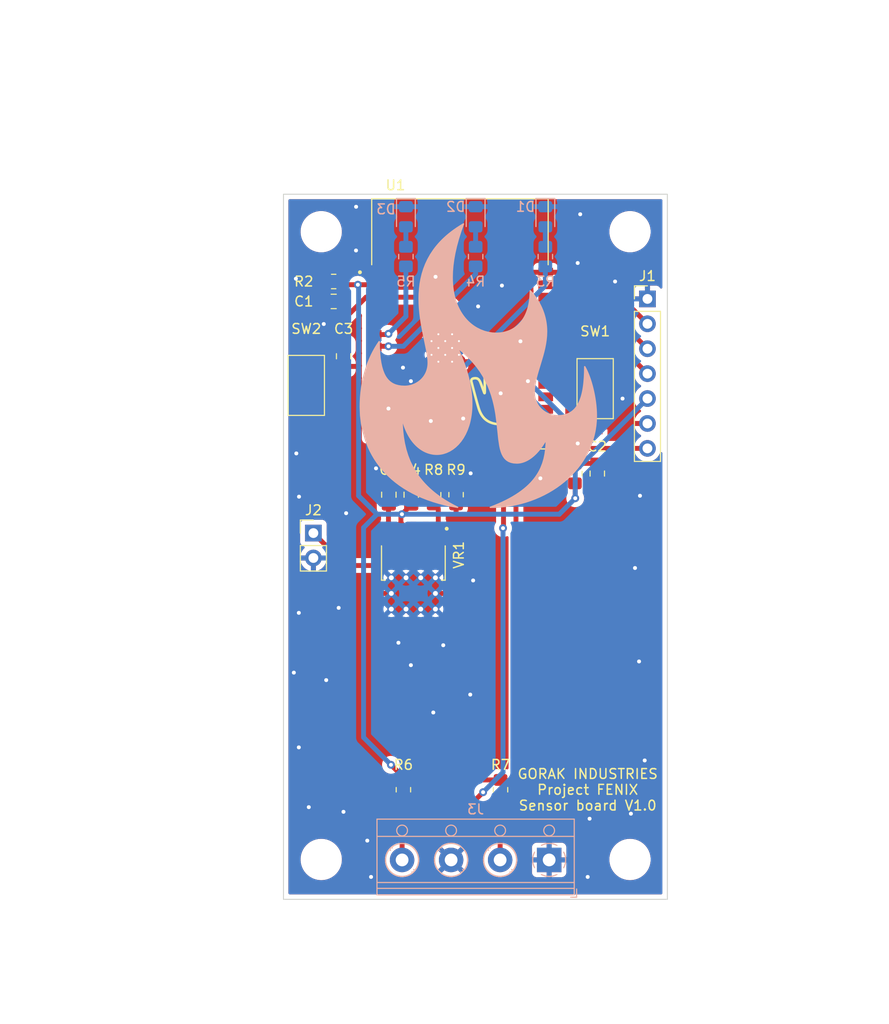
<source format=kicad_pcb>
(kicad_pcb (version 20211014) (generator pcbnew)
  (layers (0 "F.Cu" signal) (31 "B.Cu" signal) (34 "B.Paste" user) (35 "F.Paste" user) (36 "B.SilkS" user "B.Silkscreen") (37 "F.SilkS" user "F.Silkscreen") (38 "B.Mask" user) (39 "F.Mask" user) (44 "Edge.Cuts" user))
  (net 0 "")
  (net 1 "+3.3V")
  (net 2 "GND")
  (net 3 "IO0")
  (net 4 "EN")
  (net 5 "Net-(C5-Pad1)")
  (net 6 "Net-(D1-Pad2)")
  (net 7 "Net-(D2-Pad2)")
  (net 8 "Net-(D3-Pad2)")
  (net 9 "TX0")
  (net 10 "RX0")
  (net 11 "VIN")
  (net 12 "S2")
  (net 13 "S1")
  (net 14 "LED1")
  (net 15 "LED2")
  (net 16 "LED3")
  (net 17 "BATT")
  (footprint "Resistor_SMD:R_0805_2012Metric_Pad1.20x1.40mm_HandSolder" (layer "F.Cu") (at 99.6055 111.144 -90)
    (fp_text reference "R9")
    (fp_text value "15k")
  )
  (footprint "Connector_PinHeader_2.54mm:PinHeader_1x02_P2.54mm_Vertical" (layer "F.Cu") (at 85.0525 115.057)
    (fp_text reference "J2")
    (fp_text value "JST-XH")
  )
  (footprint "Capacitor_SMD:C_0805_2012Metric_Pad1.18x1.45mm_HandSolder" (layer "F.Cu") (at 114.01 108.9875 -90)
    (fp_text reference "C2")
    (fp_text value "470nF")
  )
  (footprint "Resistor_SMD:R_0805_2012Metric_Pad1.20x1.40mm_HandSolder" (layer "F.Cu") (at 87.122 89.408 180)
    (fp_text reference "R2")
    (fp_text value "10k")
  )
  (footprint "esp32S3:XCVR_ESP32-S3-WROOM-1-N16R2" (layer "F.Cu") (at 100 93.726)
    (fp_text reference "U1")
    (fp_text value "ESP32-S3-WROOM-1-N16R2")
  )
  (footprint "Resistor_SMD:R_0805_2012Metric_Pad1.20x1.40mm_HandSolder" (layer "F.Cu") (at 111.724 108.9875 90)
    (fp_text reference "R1")
    (fp_text value "10k")
  )
  (footprint "Capacitor_SMD:C_0805_2012Metric_Pad1.18x1.45mm_HandSolder" (layer "F.Cu") (at 95.0335 111.144 90)
    (fp_text reference "C4")
    (fp_text value "1uF")
  )
  (footprint "MountingHole:MountingHole_3.2mm_M3" (layer "F.Cu") (at 85.852 148.336)
    (fp_text reference "REF**" hide)
    (fp_text value "MountingHole_3.2mm_M3")
  )
  (footprint "Button_Switch_SMD:SW_SPST_CK_RS282G05A3" (layer "F.Cu") (at 113.792 100.33 90)
    (fp_text reference "SW1")
    (fp_text value "SW_Push")
  )
  (footprint "Button_Switch_SMD:SW_SPST_CK_RS282G05A3" (layer "F.Cu") (at 84.328 100 90)
    (fp_text reference "SW2")
    (fp_text value "SW_Push")
  )
  (footprint "Resistor_SMD:R_0805_2012Metric_Pad1.20x1.40mm_HandSolder" (layer "F.Cu") (at 94.234 141.224 -90)
    (fp_text reference "R6")
    (fp_text value "10k")
  )
  (footprint "Connector_PinHeader_2.54mm:PinHeader_1x07_P2.54mm_Vertical" (layer "F.Cu") (at 119.126 91.181)
    (fp_text reference "J1")
    (fp_text value "Conn_01x07")
  )
  (footprint "MountingHole:MountingHole_3.2mm_M3" (layer "F.Cu") (at 85.852 84.328)
    (fp_text reference "REF**" hide)
    (fp_text value "MountingHole_3.2mm_M3")
  )
  (footprint "MountingHole:MountingHole_3.2mm_M3" (layer "F.Cu") (at 117.348 148.336)
    (fp_text reference "REF**" hide)
    (fp_text value "MountingHole_3.2mm_M3")
  )
  (footprint "Resistor_SMD:R_0805_2012Metric_Pad1.20x1.40mm_HandSolder" (layer "F.Cu") (at 104.14 141.224 -90)
    (fp_text reference "R7")
    (fp_text value "10k")
  )
  (footprint "MountingHole:MountingHole_3.2mm_M3" (layer "F.Cu") (at 117.348 84.328)
    (fp_text reference "REF**" hide)
    (fp_text value "MountingHole_3.2mm_M3")
  )
  (footprint "Capacitor_SMD:C_0805_2012Metric_Pad1.18x1.45mm_HandSolder" (layer "F.Cu") (at 88.138 97.028 -90)
    (fp_text reference "C3")
    (fp_text value "470nF")
  )
  (footprint "TPS79633DCQ:VREG_TPS79633DCQ" (layer "F.Cu") (at 95.25 118.11 -90)
    (fp_text reference "VR1")
    (fp_text value "TPS79633DCQ")
  )
  (footprint "Resistor_SMD:R_0805_2012Metric_Pad1.20x1.40mm_HandSolder" (layer "F.Cu") (at 97.3195 111.144 90)
    (fp_text reference "R8")
    (fp_text value "10k")
  )
  (footprint "Capacitor_SMD:C_0805_2012Metric_Pad1.18x1.45mm_HandSolder" (layer "F.Cu") (at 92.7475 111.144 90)
    (fp_text reference "C5")
    (fp_text value "10nF")
  )
  (footprint "Capacitor_SMD:C_0805_2012Metric_Pad1.18x1.45mm_HandSolder" (layer "F.Cu") (at 87.122 91.44 180)
    (fp_text reference "C1")
    (fp_text value "100nF")
  )
  (footprint "LED_SMD:LED_0805_2012Metric_Pad1.15x1.40mm_HandSolder" (layer "B.Cu") (at 101.6 82.804 -90)
    (fp_text reference "D2")
    (fp_text value "LED_Small")
  )
  (footprint "TerminalBlock_RND:TerminalBlock_RND_205-00014_1x04_P5.00mm_Horizontal" (layer "B.Cu") (at 109.1 148.382 180)
    (fp_text reference "J3")
    (fp_text value "INPUT")
  )
  (footprint "LED_SMD:LED_0805_2012Metric_Pad1.15x1.40mm_HandSolder" (layer "B.Cu") (at 94.488 82.804 -90)
    (fp_text reference "D3")
    (fp_text value "LED_Small")
  )
  (footprint "LED_SMD:LED_0805_2012Metric_Pad1.15x1.40mm_HandSolder" (layer "B.Cu") (at 108.712 82.804 -90)
    (fp_text reference "D1")
    (fp_text value "LED_Small")
  )
  (footprint "Resistor_SMD:R_0805_2012Metric_Pad1.20x1.40mm_HandSolder" (layer "B.Cu") (at 94.488 86.868 90)
    (fp_text reference "R5")
    (fp_text value "330")
  )
  (footprint "Resistor_SMD:R_0805_2012Metric_Pad1.20x1.40mm_HandSolder" (layer "B.Cu") (at 101.6 86.868 90)
    (fp_text reference "R4")
    (fp_text value "330")
  )
  (footprint "Resistor_SMD:R_0805_2012Metric_Pad1.20x1.40mm_HandSolder" (layer "B.Cu") (at 108.712 86.868 90)
    (fp_text reference "R3")
    (fp_text value "330")
  )
  (gr_poly (pts (xy 100.072993 84.328) (xy 99.83309 85.086776) (xy 99.634859 85.814297) (xy 99.476564 86.510565) (xy 99.356468 87.175578) (xy 99.272834 87.809338) (xy 99.223928 88.411844) (xy 99.208012 88.983096) (xy 99.214877 89.344914) (xy 99.235151 89.694212) (xy 99.268352 90.031058) (xy 99.314 90.355518) (xy 99.371612 90.667662) (xy 99.440707 90.967556) (xy 99.520803 91.255268) (xy 99.611418 91.530867) (xy 99.712072 91.794421) (xy 99.822283 92.045996) (xy 99.941568 92.285661) (xy 100.069447 92.513484) (xy 100.205438 92.729533) (xy 100.349059 92.933875) (xy 100.499829 93.126578) (xy 100.657266 93.30771) (xy 100.820889 93.477338) (xy 100.990216 93.635532) (xy 101.164766 93.782358) (xy 101.344056 93.917884) (xy 101.527606 94.042178) (xy 101.714934 94.155309) (xy 102.098997 94.348349) (xy 102.492393 94.497546) (xy 102.891269 94.603444) (xy 103.291773 94.666585) (xy 103.690053 94.687511) (xy 104.009953 94.674245) (xy 104.169707 94.657387) (xy 104.328877 94.633468) (xy 104.487124 94.602306) (xy 104.644111 94.563716) (xy 104.799496 94.517517) (xy 104.952942 94.463525) (xy 105.104109 94.401556) (xy 105.252657 94.331428) (xy 105.398249 94.252958) (xy 105.540544 94.165962) (xy 105.679204 94.070257) (xy 105.813889 93.96566) (xy 105.944261 93.851988) (xy 106.06998 93.729058) (xy 106.190707 93.596687) (xy 106.306102 93.454691) (xy 106.415828 93.302888) (xy 106.519544 93.141094) (xy 106.616912 92.969126) (xy 106.707592 92.786802) (xy 106.791246 92.593937) (xy 106.867533 92.390349) (xy 106.936116 92.175855) (xy 106.996655 91.950271) (xy 107.04881 91.713415) (xy 107.092243 91.465103) (xy 107.126615 91.205153) (xy 107.151586 90.93338) (xy 107.166817 90.649602) (xy 107.17197 90.353636) (xy 107.379922 90.591902) (xy 107.573279 90.834237) (xy 107.752202 91.080371) (xy 107.916855 91.330031) (xy 108.0674 91.582948) (xy 108.204 91.838848) (xy 108.326818 92.097461) (xy 108.436017 92.358516) (xy 108.531759 92.621742) (xy 108.614207 92.886867) (xy 108.683525 93.153619) (xy 108.739874 93.421728) (xy 108.783418 93.690922) (xy 108.814319 93.96093) (xy 108.832741 94.231481) (xy 108.838845 94.502303) (xy 108.824701 94.929892) (xy 108.784729 95.351513) (xy 108.722619 95.767273) (xy 108.642061 96.177281) (xy 108.546744 96.581647) (xy 108.440357 96.980478) (xy 108.209136 97.76197) (xy 107.977915 98.522627) (xy 107.871529 98.895413) (xy 107.776211 99.263315) (xy 107.695653 99.626443) (xy 107.633543 99.984904) (xy 107.593571 100.338808) (xy 107.579427 100.688262) (xy 107.58297 100.828788) (xy 107.593445 100.965577) (xy 107.61062 101.098581) (xy 107.634267 101.227753) (xy 107.664153 101.353046) (xy 107.700048 101.474411) (xy 107.741722 101.591802) (xy 107.788944 101.705171) (xy 107.841484 101.814471) (xy 107.899111 101.919653) (xy 107.961594 102.020671) (xy 108.028702 102.117477) (xy 108.100206 102.210023) (xy 108.175874 102.298263) (xy 108.255476 102.382148) (xy 108.338782 102.461631) (xy 108.42556 102.536665) (xy 108.51558 102.607203) (xy 108.608611 102.673196) (xy 108.704424 102.734597) (xy 108.802786 102.791359) (xy 108.903468 102.843434) (xy 109.00624 102.890775) (xy 109.110869 102.933334) (xy 109.217127 102.971064) (xy 109.324781 103.003917) (xy 109.433603 103.031847) (xy 109.54336 103.054805) (xy 109.653823 103.072743) (xy 109.76476 103.085615) (xy 109.875942 103.093373) (xy 109.987137 103.09597) (xy 110.180763 103.090456) (xy 110.365864 103.073995) (xy 110.542595 103.046709) (xy 110.711113 103.00872) (xy 110.871573 102.96015) (xy 111.024131 102.901122) (xy 111.168944 102.831757) (xy 111.306167 102.752177) (xy 111.435956 102.662505) (xy 111.558468 102.562863) (xy 111.673858 102.453373) (xy 111.782282 102.334156) (xy 111.883897 102.205336) (xy 111.978858 102.067033) (xy 112.067322 101.919371) (xy 112.149443 101.76247) (xy 112.22538 101.596454) (xy 112.295286 101.421445) (xy 112.359319 101.237563) (xy 112.417634 101.044933) (xy 112.470387 100.843675) (xy 112.517735 100.633911) (xy 112.559833 100.415765) (xy 112.596837 100.189357) (xy 112.628904 99.95481) (xy 112.656189 99.712247) (xy 112.697038 99.203557) (xy 112.720632 98.664264) (xy 112.72822 98.095346) (xy 112.845304 98.308588) (xy 112.959947 98.544187) (xy 113.071443 98.800186) (xy 113.179087 99.074635) (xy 113.282172 99.365578) (xy 113.379994 99.671063) (xy 113.471848 99.989137) (xy 113.557027 100.317846) (xy 113.634827 100.655236) (xy 113.704543 100.999354) (xy 113.765468 101.348248) (xy 113.816897 101.699962) (xy 113.858126 102.052546) (xy 113.888448 102.404043) (xy 113.907159 102.752503) (xy 113.913552 103.09597) (xy 113.898715 103.598562) (xy 113.854752 104.092026) (xy 113.782494 104.575912) (xy 113.682766 105.049773) (xy 113.556396 105.513163) (xy 113.404211 105.965632) (xy 113.22704 106.406734) (xy 113.02571 106.836021) (xy 112.801048 107.253045) (xy 112.553881 107.657358) (xy 112.285037 108.048514) (xy 111.995344 108.426063) (xy 111.685629 108.789559) (xy 111.356719 109.138555) (xy 111.009442 109.472601) (xy 110.644625 109.791251) (xy 110.263097 110.094057) (xy 109.865683 110.380572) (xy 109.453213 110.650347) (xy 109.026512 110.902935) (xy 108.58641 111.137889) (xy 108.133732 111.35476) (xy 107.669308 111.553102) (xy 107.193963 111.732466) (xy 106.708526 111.892404) (xy 106.213824 112.032471) (xy 105.710684 112.152216) (xy 105.199935 112.251194) (xy 104.682403 112.328955) (xy 104.158916 112.385054) (xy 103.630301 112.419041) (xy 103.097386 112.430469) (xy 103.537421 112.258582) (xy 103.955006 112.083276) (xy 104.350696 111.904606) (xy 104.725049 111.722626) (xy 105.07862 111.53739) (xy 105.411966 111.348953) (xy 105.725642 111.15737) (xy 106.020205 110.962693) (xy 106.296211 110.764977) (xy 106.554216 110.564278) (xy 106.794776 110.360648) (xy 107.018448 110.154142) (xy 107.225788 109.944815) (xy 107.417352 109.732721) (xy 107.593695 109.517914) (xy 107.755375 109.300448) (xy 107.902947 109.080377) (xy 108.036967 108.857757) (xy 108.157992 108.63264) (xy 108.266578 108.405081) (xy 108.448658 107.942856) (xy 108.587654 107.471516) (xy 108.688018 106.991494) (xy 108.754197 106.503224) (xy 108.790642 106.007141) (xy 108.801801 105.503678) (xy 108.690588 105.696348) (xy 108.57928 105.878662) (xy 108.467999 106.050896) (xy 108.356867 106.21333) (xy 108.246006 106.366241) (xy 108.135539 106.509908) (xy 108.025588 106.644608) (xy 107.916274 106.770619) (xy 107.807719 106.888221) (xy 107.700047 106.99769) (xy 107.487835 107.193343) (xy 107.280615 107.359805) (xy 107.079364 107.499299) (xy 106.885058 107.614051) (xy 106.698674 107.706284) (xy 106.521189 107.778225) (xy 106.353579 107.832096) (xy 106.196821 107.870124) (xy 106.051892 107.894532) (xy 105.919768 107.907545) (xy 105.801427 107.911389) (xy 105.482701 107.891371) (xy 105.204989 107.832422) (xy 104.965029 107.736196) (xy 104.759558 107.604348) (xy 104.585313 107.438533) (xy 104.439033 107.240406) (xy 104.317455 107.011622) (xy 104.217317 106.753836) (xy 104.135356 106.468703) (xy 104.068309 106.157878) (xy 103.965911 105.46577) (xy 103.796547 103.846065) (xy 103.677382 102.944947) (xy 103.597761 102.477364) (xy 103.50043 102.000638) (xy 103.382128 101.516424) (xy 103.239592 101.026377) (xy 103.06956 100.532152) (xy 102.868769 100.035404) (xy 102.633956 99.537787) (xy 102.36186 99.040958) (xy 102.049219 98.54657) (xy 101.692768 98.056279) (xy 101.289247 97.57174) (xy 100.835393 97.094607) (xy 100.327943 96.626535) (xy 99.763636 96.16918) (xy 99.950779 96.582408) (xy 100.12349 96.988582) (xy 100.282092 97.387594) (xy 100.426913 97.779335) (xy 100.558277 98.163696) (xy 100.67651 98.54057) (xy 100.781938 98.909847) (xy 100.874886 99.271419) (xy 100.955679 99.625178) (xy 101.024644 99.971014) (xy 101.082105 100.308821) (xy 101.128389 100.638488) (xy 101.163821 100.959907) (xy 101.188727 101.272971) (xy 101.203431 101.577569) (xy 101.20826 101.873595) (xy 101.203 102.181676) (xy 101.187452 102.480803) (xy 101.161959 102.770924) (xy 101.12687 103.051983) (xy 101.082529 103.323926) (xy 101.029283 103.5867) (xy 100.967477 103.840249) (xy 100.897458 104.084519) (xy 100.734161 104.545008) (xy 100.542162 104.967732) (xy 100.324225 105.352256) (xy 100.08312 105.698147) (xy 99.821613 106.00497) (xy 99.542471 106.272292) (xy 99.248462 106.499679) (xy 98.942352 106.686696) (xy 98.62691 106.832909) (xy 98.304903 106.937884) (xy 98.142302 106.974772) (xy 97.979097 107.001188) (xy 97.815635 107.017077) (xy 97.65226 107.022386) (xy 97.513381 107.018908) (xy 97.374665 107.008459) (xy 97.236274 106.99101) (xy 97.098372 106.966534) (xy 96.961121 106.935004) (xy 96.824683 106.896393) (xy 96.689223 106.850675) (xy 96.554901 106.797821) (xy 96.421882 106.737804) (xy 96.290328 106.670599) (xy 96.160402 106.596176) (xy 96.032267 106.51451) (xy 95.906084 106.425573) (xy 95.782018 106.329338) (xy 95.660231 106.225778) (xy 95.540886 106.114865) (xy 95.424145 105.996573) (xy 95.310171 105.870875) (xy 95.199128 105.737743) (xy 95.091177 105.59715) (xy 94.986482 105.44907) (xy 94.885205 105.293474) (xy 94.787509 105.130336) (xy 94.693558 104.959629) (xy 94.603513 104.781325) (xy 94.517537 104.595398) (xy 94.435794 104.40182) (xy 94.358446 104.200564) (xy 94.285656 103.991604) (xy 94.217587 103.774911) (xy 94.154401 103.550459) (xy 94.096261 103.318221) (xy 94.109039 103.975638) (xy 94.14987 104.627412) (xy 94.222497 105.272241) (xy 94.330665 105.908822) (xy 94.478117 106.535854) (xy 94.668598 107.152033) (xy 94.905851 107.756058) (xy 95.19362 108.346627) (xy 95.357618 108.636458) (xy 95.53565 108.922436) (xy 95.728182 109.2044) (xy 95.935683 109.482185) (xy 96.158622 109.755629) (xy 96.397465 110.02457) (xy 96.652682 110.288845) (xy 96.924739 110.54829) (xy 97.214106 110.802743) (xy 97.521249 111.052042) (xy 97.846638 111.296023) (xy 98.19074 111.534524) (xy 98.554022 111.767382) (xy 98.936954 111.994434) (xy 99.340002 112.215517) (xy 99.763636 112.430469) (xy 99.099652 112.309679) (xy 98.461815 112.169966) (xy 97.849792 112.01194) (xy 97.263251 111.836211) (xy 96.70186 111.643391) (xy 96.165286 111.434089) (xy 95.653197 111.208915) (xy 95.16526 110.968481) (xy 94.701144 110.713397) (xy 94.260516 110.444273) (xy 93.843043 110.16172) (xy 93.448394 109.866347) (xy 93.076235 109.558766) (xy 92.726235 109.239587) (xy 92.398061 108.90942) (xy 92.091381 108.568876) (xy 91.805863 108.218565) (xy 91.541173 107.859098) (xy 91.296981 107.491085) (xy 91.072952 107.115136) (xy 90.868756 106.731862) (xy 90.68406 106.341873) (xy 90.371838 105.544193) (xy 90.133626 104.726979) (xy 89.966767 103.895116) (xy 89.868601 103.053485) (xy 89.83647 102.206971) (xy 89.845079 101.699095) (xy 89.870618 101.203373) (xy 89.912651 100.719806) (xy 89.970746 100.248393) (xy 90.044468 99.789134) (xy 90.133382 99.342029) (xy 90.237055 98.907079) (xy 90.355053 98.484283) (xy 90.486942 98.073642) (xy 90.632287 97.675154) (xy 90.790655 97.288821) (xy 90.961611 96.914643) (xy 91.144721 96.552619) (xy 91.339551 96.202748) (xy 91.545668 95.865033) (xy 91.762636 95.539471) (xy 91.772222 96.146128) (xy 91.801125 96.703028) (xy 91.849561 97.211636) (xy 91.917748 97.673418) (xy 92.005903 98.089838) (xy 92.114243 98.462362) (xy 92.242984 98.792454) (xy 92.315074 98.942046) (xy 92.392345 99.08158) (xy 92.474825 99.211238) (xy 92.562541 99.331204) (xy 92.655521 99.441661) (xy 92.75379 99.542792) (xy 92.857378 99.63478) (xy 92.96631 99.717808) (xy 93.080613 99.79206) (xy 93.200316 99.857719) (xy 93.325445 99.914967) (xy 93.456027 99.963987) (xy 93.733658 100.03808) (xy 94.033428 100.081461) (xy 94.355553 100.095596) (xy 94.466748 100.092999) (xy 94.57793 100.085241) (xy 94.688867 100.072369) (xy 94.79933 100.05443) (xy 94.909087 100.031472) (xy 95.017908 100.003543) (xy 95.125563 99.97069) (xy 95.23182 99.93296) (xy 95.33645 99.8904) (xy 95.439221 99.843059) (xy 95.539903 99.790984) (xy 95.638265 99.734222) (xy 95.734078 99.672821) (xy 95.827109 99.606828) (xy 95.917129 99.536291) (xy 96.003907 99.461257) (xy 96.087213 99.381774) (xy 96.166815 99.297888) (xy 96.242483 99.209649) (xy 96.313986 99.117102) (xy 96.381095 99.020296) (xy 96.443578 98.919279) (xy 96.501205 98.814096) (xy 96.553744 98.704797) (xy 96.600967 98.591428) (xy 96.642641 98.474037) (xy 96.678536 98.352672) (xy 96.708422 98.227379) (xy 96.732069 98.098207) (xy 96.749244 97.965203) (xy 96.759719 97.828414) (xy 96.763261 97.687888) (xy 96.752861 97.418115) (xy 96.723471 97.123653) (xy 96.677802 96.80586) (xy 96.618567 96.466091) (xy 96.300241 94.914393) (xy 96.130225 94.04196) (xy 96.052 93.586346) (xy 95.981914 93.119608) (xy 95.92268 92.643104) (xy 95.877011 92.158189) (xy 95.84762 91.66622) (xy 95.83722 91.168554) (xy 95.84809 90.666547) (xy 95.882509 90.161556) (xy 95.94319 89.654937) (xy 96.032846 89.148047) (xy 96.15419 88.642242) (xy 96.309935 88.138879) (xy 96.502794 87.639314) (xy 96.73548 87.144903) (xy 97.010707 86.657004) (xy 97.331186 86.176973) (xy 97.509243 85.940331) (xy 97.699631 85.706165) (xy 97.902689 85.474645) (xy 98.118755 85.245939) (xy 98.34817 85.020218) (xy 98.591272 84.79765) (xy 98.8484 84.578406) (xy 99.119893 84.362655) (xy 99.406091 84.150566) (xy 99.707333 83.942309) (xy 100.023957 83.738055) (xy 100.356304 83.537971)) (layer "B.SilkS") (width 0.14) (fill solid))
  (gr_poly (pts (xy 104.14 95.504) (xy 104.173529 95.506554) (xy 104.206519 95.510758) (xy 104.238931 95.516567) (xy 104.270727 95.52394) (xy 104.301871 95.532832) (xy 104.332323 95.5432) (xy 104.362045 95.555) (xy 104.391001 95.56819) (xy 104.419151 95.582725) (xy 104.446458 95.598562) (xy 104.472885 95.615659) (xy 104.498392 95.63397) (xy 104.522942 95.653454) (xy 104.546497 95.674067) (xy 104.569019 95.695764) (xy 104.59047 95.718504) (xy 104.610813 95.742242) (xy 104.630009 95.766935) (xy 104.648019 95.792539) (xy 104.664808 95.819012) (xy 104.680335 95.846309) (xy 104.694564 95.874387) (xy 104.707456 95.903204) (xy 104.718974 95.932715) (xy 104.729079 95.962877) (xy 104.737733 95.993646) (xy 104.7449 96.02498) (xy 104.750539 96.056835) (xy 104.754615 96.089167) (xy 104.757088 96.121933) (xy 104.757921 96.15509) (xy 104.757921 97.883772) (xy 104.778636 97.867571) (xy 104.800017 97.852311) (xy 104.822034 97.838005) (xy 104.844658 97.824667) (xy 104.867862 97.812313) (xy 104.891614 97.800958) (xy 104.915888 97.790614) (xy 104.940653 97.781298) (xy 104.96588 97.773023) (xy 104.991542 97.765805) (xy 105.017608 97.759657) (xy 105.04405 97.754594) (xy 105.070839 97.750631) (xy 105.097945 97.747783) (xy 105.125341 97.746063) (xy 105.152997 97.745486) (xy 105.186215 97.746294) (xy 105.219143 97.748706) (xy 105.251722 97.75271) (xy 105.283895 97.758291) (xy 105.315605 97.765434) (xy 105.346792 97.774124) (xy 105.3774 97.784349) (xy 105.407371 97.796093) (xy 105.436646 97.809342) (xy 105.465169 97.824082) (xy 105.492881 97.840298) (xy 105.519724 97.857977) (xy 105.54564 97.877103) (xy 105.570572 97.897662) (xy 105.594463 97.919641) (xy 105.617253 97.943024) (xy 105.621413 97.94763) (xy 105.626502 97.953977) (xy 105.63252 97.96195) (xy 105.639465 97.971429) (xy 105.656136 97.994436) (xy 105.676509 98.022055) (xy 105.695765 98.058263) (xy 105.715839 98.100609) (xy 105.725856 98.124265) (xy 105.735687 98.149672) (xy 105.7452 98.176903) (xy 105.754265 98.206029) (xy 105.762752 98.237123) (xy 105.770531 98.270257) (xy 105.777471 98.305503) (xy 105.783441 98.342934) (xy 105.788312 98.382621) (xy 105.791952 98.424637) (xy 105.794232 98.469054) (xy 105.795021 98.515944) (xy 105.795021 98.555425) (xy 105.81356 98.540959) (xy 105.832172 98.527217) (xy 105.850928 98.514226) (xy 105.8699 98.502017) (xy 105.889162 98.490618) (xy 105.908784 98.480059) (xy 105.928841 98.470367) (xy 105.949402 98.461573) (xy 105.970542 98.453705) (xy 105.992333 98.446792) (xy 106.014846 98.440863) (xy 106.038153 98.435947) (xy 106.062328 98.432073) (xy 106.087442 98.42927) (xy 106.113568 98.427567) (xy 106.140778 98.426993) (xy 106.140778 98.426994) (xy 106.140778 98.426996) (xy 106.140777 98.426998) (xy 106.140776 98.427001) (xy 106.140775 98.427003) (xy 106.140773 98.427009) (xy 106.140772 98.427012) (xy 106.140771 98.427014) (xy 106.173616 98.427875) (xy 106.205471 98.430429) (xy 106.236332 98.434633) (xy 106.266193 98.440442) (xy 106.295048 98.447815) (xy 106.322892 98.456707) (xy 106.349719 98.467074) (xy 106.375525 98.478874) (xy 106.400303 98.492063) (xy 106.424049 98.506598) (xy 106.446757 98.522435) (xy 106.468421 98.53953) (xy 106.489036 98.557841) (xy 106.508597 98.577324) (xy 106.527098 98.597935) (xy 106.544534 98.619631) (xy 106.560899 98.642369) (xy 106.576188 98.666104) (xy 106.590396 98.690795) (xy 106.603516 98.716397) (xy 106.615544 98.742867) (xy 106.626475 98.770161) (xy 106.645021 98.827049) (xy 106.65911 98.886714) (xy 106.6687 98.948808) (xy 106.673747 99.012984) (xy 106.674207 99.078895) (xy 106.674207 101.350783) (xy 106.67222 101.495691) (xy 106.666182 101.637735) (xy 106.655977 101.776827) (xy 106.64149 101.912881) (xy 106.622604 102.04581) (xy 106.599203 102.175527) (xy 106.571173 102.301946) (xy 106.538396 102.424979) (xy 106.500758 102.54454) (xy 106.458142 102.660541) (xy 106.410433 102.772897) (xy 106.357515 102.881521) (xy 106.299272 102.986324) (xy 106.235589 103.087222) (xy 106.166348 103.184126) (xy 106.091436 103.276951) (xy 106.004823 103.373955) (xy 105.915242 103.46491) (xy 105.822507 103.549787) (xy 105.726429 103.628558) (xy 105.626819 103.701193) (xy 105.523491 103.767663) (xy 105.416255 103.82794) (xy 105.304924 103.881995) (xy 105.189311 103.929799) (xy 105.069226 103.971322) (xy 104.944481 104.006537) (xy 104.81489 104.035413) (xy 104.680263 104.057923) (xy 104.540413 104.074037) (xy 104.395152 104.083727) (xy 104.244292 104.086963) (xy 104.004189 104.080573) (xy 103.888771 104.072557) (xy 103.776413 104.061304) (xy 103.667094 104.046795) (xy 103.560791 104.029012) (xy 103.457483 104.007937) (xy 103.357148 103.983553) (xy 103.259765 103.955841) (xy 103.165312 103.924782) (xy 103.073767 103.890359) (xy 102.985109 103.852554) (xy 102.899316 103.811349) (xy 102.816365 103.766726) (xy 102.736237 103.718666) (xy 102.658908 103.667151) (xy 102.584357 103.612164) (xy 102.512563 103.553686) (xy 102.443503 103.4917) (xy 102.377156 103.426186) (xy 102.313501 103.357128) (xy 102.252516 103.284507) (xy 102.194178 103.208304) (xy 102.138467 103.128503) (xy 102.085361 103.045084) (xy 102.034837 102.95803) (xy 101.986875 102.867323) (xy 101.941453 102.772944) (xy 101.898548 102.674876) (xy 101.858139 102.5731) (xy 101.820205 102.467598) (xy 101.784724 102.358352) (xy 101.677142 101.988052) (xy 101.559374 101.564737) (xy 101.322914 100.684076) (xy 101.053751 99.661719) (xy 101.046924 99.642987) (xy 101.041239 99.623863) (xy 101.036682 99.604418) (xy 101.033238 99.584726) (xy 101.030892 99.564858) (xy 101.029632 99.544888) (xy 101.029533 99.534564) (xy 101.283382 99.534564) (xy 101.283498 99.541566) (xy 101.283844 99.54867) (xy 101.284422 99.555859) (xy 101.28523 99.56312) (xy 101.286269 99.570439) (xy 101.287539 99.577799) (xy 101.28904 99.585187) (xy 101.290772 99.592588) (xy 101.56117 100.61989) (xy 101.800555 101.503953) (xy 101.920769 101.928384) (xy 102.031605 102.299099) (xy 102.098671 102.492322) (xy 102.1741 102.672031) (xy 102.258153 102.838369) (xy 102.35109 102.991483) (xy 102.400971 103.063125) (xy 102.453171 103.131516) (xy 102.507723 103.196672) (xy 102.564658 103.258613) (xy 102.62401 103.317356) (xy 102.68581 103.372919) (xy 102.750092 103.425321) (xy 102.816889 103.474579) (xy 102.886231 103.520712) (xy 102.958153 103.563737) (xy 103.032687 103.603673) (xy 103.109865 103.640538) (xy 103.18972 103.67435) (xy 103.272284 103.705126) (xy 103.445671 103.757647) (xy 103.630286 103.798245) (xy 103.82639 103.827064) (xy 104.034243 103.844249) (xy 104.254105 103.849946) (xy 104.390378 103.846947) (xy 104.521501 103.838001) (xy 104.647646 103.823179) (xy 104.768987 103.802554) (xy 104.885699 103.776198) (xy 104.997955 103.744183) (xy 105.105927 103.706582) (xy 105.209791 103.663467) (xy 105.30972 103.614911) (xy 105.405886 103.560987) (xy 105.498464 103.501765) (xy 105.587628 103.43732) (xy 105.67355 103.367722) (xy 105.756405 103.293046) (xy 105.836367 103.213362) (xy 105.913608 103.128744) (xy 105.981348 103.043555) (xy 106.043879 102.95472) (xy 106.101315 102.862297) (xy 106.153773 102.766343) (xy 106.201368 102.666918) (xy 106.244216 102.564078) (xy 106.282434 102.457882) (xy 106.316137 102.348387) (xy 106.345441 102.235651) (xy 106.370462 102.119732) (xy 106.391315 102.000689) (xy 106.408117 101.878578) (xy 106.420984 101.753458) (xy 106.430031 101.625387) (xy 106.435374 101.494422) (xy 106.437129 101.360622) (xy 106.437129 99.948135) (xy 106.447016 99.079023) (xy 106.446075 99.038774) (xy 106.443196 98.999655) (xy 106.438291 98.961868) (xy 106.435051 98.943537) (xy 106.431272 98.925614) (xy 106.426944 98.908126) (xy 106.422055 98.891098) (xy 106.416594 98.874554) (xy 106.410551 98.858521) (xy 106.403915 98.843022) (xy 106.396674 98.828085) (xy 106.388819 98.813734) (xy 106.380337 98.799993) (xy 106.371219 98.78689) (xy 106.361454 98.774449) (xy 106.35103 98.762694) (xy 106.339936 98.751653) (xy 106.328163 98.741349) (xy 106.315699 98.731809) (xy 106.302533 98.723057) (xy 106.288654 98.715118) (xy 106.274052 98.708019) (xy 106.258715 98.701785) (xy 106.242633 98.69644) (xy 106.225795 98.69201) (xy 106.20819 98.68852) (xy 106.189807 98.685997) (xy 106.170636 98.684464) (xy 106.150665 98.683947) (xy 106.130552 98.684464) (xy 106.110968 98.685997) (xy 106.091919 98.68852) (xy 106.073412 98.69201) (xy 106.055455 98.69644) (xy 106.038056 98.701785) (xy 106.02122 98.708019) (xy 106.004956 98.715118) (xy 105.989271 98.723056) (xy 105.974172 98.731808) (xy 105.959666 98.741349) (xy 105.945761 98.751653) (xy 105.932463 98.762694) (xy 105.919781 98.774448) (xy 105.90772 98.78689) (xy 105.896289 98.799993) (xy 105.885495 98.813733) (xy 105.875345 98.828085) (xy 105.865846 98.843022) (xy 105.857005 98.85852) (xy 105.84883 98.874554) (xy 105.841328 98.891098) (xy 105.834506 98.908126) (xy 105.828371 98.925614) (xy 105.818193 98.961867) (xy 105.810851 98.999655) (xy 105.806403 99.038774) (xy 105.804908 99.079023) (xy 105.804908 99.948285) (xy 105.804736 99.95474) (xy 105.804225 99.961127) (xy 105.803386 99.967439) (xy 105.802227 99.973665) (xy 105.800756 99.979797) (xy 105.798984 99.985825) (xy 105.796918 99.991741) (xy 105.794568 99.997536) (xy 105.791944 100.003201) (xy 105.789054 100.008726) (xy 105.785906 100.014102) (xy 105.782511 100.019321) (xy 105.778877 100.024374) (xy 105.775014 100.029251) (xy 105.770929 100.033943) (xy 105.766633 100.038442) (xy 105.762135 100.042738) (xy 105.757442 100.046823) (xy 105.752565 100.050686) (xy 105.747513 100.05432) (xy 105.742294 100.057715) (xy 105.736917 100.060863) (xy 105.731392 100.063753) (xy 105.725727 100.066377) (xy 105.719932 100.068727) (xy 105.714016 100.070793) (xy 105.707988 100.072565) (xy 105.701856 100.074036) (xy 105.695629 100.075195) (xy 105.689318 100.076035) (xy 105.68293 100.076545) (xy 105.676475 100.076717) (xy 105.670021 100.076545) (xy 105.663633 100.076035) (xy 105.657322 100.075195) (xy 105.651096 100.074036) (xy 105.644964 100.072565) (xy 105.638935 100.070793) (xy 105.633019 100.068727) (xy 105.627224 100.066378) (xy 105.62156 100.063753) (xy 105.616035 100.060863) (xy 105.610658 100.057716) (xy 105.605439 100.054321) (xy 105.600387 100.050687) (xy 105.59551 100.046823) (xy 105.590817 100.042739) (xy 105.586319 100.038443) (xy 105.582023 100.033944) (xy 105.577938 100.029252) (xy 105.574074 100.024375) (xy 105.570441 100.019322) (xy 105.567045 100.014103) (xy 105.563898 100.008727) (xy 105.561008 100.003202) (xy 105.558383 99.997537) (xy 105.556034 99.991742) (xy 105.553968 99.985826) (xy 105.552196 99.979797) (xy 105.550725 99.973665) (xy 105.549565 99.967439) (xy 105.548726 99.961128) (xy 105.548216 99.95474) (xy 105.548044 99.948285) (xy 105.548044 98.397439) (xy 105.547527 98.377186) (xy 105.545994 98.35719) (xy 105.54347 98.337477) (xy 105.539981 98.318071) (xy 105.535551 98.298998) (xy 105.530206 98.280283) (xy 105.523971 98.261952) (xy 105.516872 98.24403) (xy 105.508934 98.226542) (xy 105.500182 98.209514) (xy 105.490642 98.19297) (xy 105.480338 98.176936) (xy 105.469296 98.161438) (xy 105.457542 98.146501) (xy 105.445101 98.132149) (xy 105.431997 98.118409) (xy 105.418257 98.105306) (xy 105.403906 98.092864) (xy 105.388968 98.08111) (xy 105.37347 98.070069) (xy 105.357437 98.059765) (xy 105.340893 98.050224) (xy 105.323864 98.041472) (xy 105.306376 98.033534) (xy 105.288454 98.026435) (xy 105.270123 98.0202) (xy 105.251409 98.014856) (xy 105.232336 98.010426) (xy 105.21293 98.006936) (xy 105.193216 98.004412) (xy 105.173221 98.00288) (xy 105.152968 98.002363) (xy 105.132715 98.00288) (xy 105.112719 98.004412) (xy 105.093005 98.006936) (xy 105.073599 98.010426) (xy 105.054527 98.014856) (xy 105.035812 98.0202) (xy 105.017481 98.026435) (xy 104.999559 98.033534) (xy 104.982071 98.041472) (xy 104.965042 98.050224) (xy 104.948498 98.059765) (xy 104.932465 98.070069) (xy 104.916967 98.08111) (xy 104.902029 98.092864) (xy 104.887678 98.105306) (xy 104.873938 98.118409) (xy 104.860834 98.132149) (xy 104.848393 98.146501) (xy 104.836639 98.161438) (xy 104.825597 98.176936) (xy 104.815293 98.19297) (xy 104.805753 98.209514) (xy 104.797001 98.226542) (xy 104.789063 98.24403) (xy 104.781964 98.261952) (xy 104.775729 98.280283) (xy 104.770384 98.298998) (xy 104.765954 98.318071) (xy 104.762465 98.337477) (xy 104.759941 98.35719) (xy 104.758408 98.377186) (xy 104.757892 98.397439) (xy 104.757892 99.948214) (xy 104.75772 99.954669) (xy 104.757209 99.961057) (xy 104.75637 99.967368) (xy 104.75521 99.973594) (xy 104.75374 99.979726) (xy 104.751967 99.985755) (xy 104.749902 99.991671) (xy 104.747552 99.997466) (xy 104.744928 100.00313) (xy 104.742037 100.008655) (xy 104.73889 100.014032) (xy 104.735495 100.019251) (xy 104.731861 100.024303) (xy 104.727998 100.02918) (xy 104.723913 100.033873) (xy 104.719617 100.038372) (xy 104.715118 100.042668) (xy 104.710426 100.046752) (xy 104.705549 100.050616) (xy 104.700497 100.05425) (xy 104.695277 100.057645) (xy 104.689901 100.060792) (xy 104.684376 100.063682) (xy 104.678711 100.066307) (xy 104.672916 100.068656) (xy 104.667 100.070722) (xy 104.660971 100.072495) (xy 104.654839 100.073965) (xy 104.648613 100.075125) (xy 104.642302 100.075964) (xy 104.635914 100.076474) (xy 104.629459 100.076647) (xy 104.623005 100.076474) (xy 104.616617 100.075964) (xy 104.610306 100.075125) (xy 104.60408 100.073965) (xy 104.597948 100.072495) (xy 104.591919 100.070722) (xy 104.586003 100.068657) (xy 104.580208 100.066307) (xy 104.574544 100.063683) (xy 104.569019 100.060792) (xy 104.563642 100.057645) (xy 104.558423 100.05425) (xy 104.553371 100.050616) (xy 104.548494 100.046753) (xy 104.543801 100.042668) (xy 104.539302 100.038372) (xy 104.535006 100.033874) (xy 104.530922 100.029181) (xy 104.527058 100.024304) (xy 104.523424 100.019252) (xy 104.520029 100.014033) (xy 104.516882 100.008656) (xy 104.513992 100.003131) (xy 104.511367 99.997467) (xy 104.509018 99.991672) (xy 104.506952 99.985755) (xy 104.505179 99.979727) (xy 104.503709 99.973595) (xy 104.502549 99.967369) (xy 104.50171 99.961057) (xy 104.5012 99.954669) (xy 104.501028 99.948214) (xy 104.501028 96.155148) (xy 104.500511 96.134895) (xy 104.498978 96.114899) (xy 104.496454 96.095186) (xy 104.492965 96.07578) (xy 104.488535 96.056707) (xy 104.48319 96.037993) (xy 104.476955 96.019661) (xy 104.469856 96.001739) (xy 104.461918 95.984251) (xy 104.453166 95.967223) (xy 104.443626 95.950679) (xy 104.433322 95.934645) (xy 104.42228 95.919147) (xy 104.410526 95.90421) (xy 104.398085 95.889858) (xy 104.384981 95.876118) (xy 104.371241 95.863015) (xy 104.35689 95.850574) (xy 104.341952 95.838819) (xy 104.326454 95.827778) (xy 104.31042 95.817474) (xy 104.293877 95.807934) (xy 104.276848 95.799182) (xy 104.25936 95.791243) (xy 104.241438 95.784144) (xy 104.223107 95.77791) (xy 104.204392 95.772565) (xy 104.18532 95.768135) (xy 104.165914 95.764645) (xy 104.1462 95.762122) (xy 104.126204 95.760589) (xy 104.105952 95.760072) (xy 104.085699 95.760589) (xy 104.065703 95.762122) (xy 104.045989 95.764645) (xy 104.026583 95.768135) (xy 104.007511 95.772565) (xy 103.988796 95.77791) (xy 103.970465 95.784144) (xy 103.952543 95.791243) (xy 103.935055 95.799182) (xy 103.918026 95.807934) (xy 103.901482 95.817474) (xy 103.885449 95.827778) (xy 103.869951 95.838819) (xy 103.855013 95.850574) (xy 103.840662 95.863015) (xy 103.826922 95.876118) (xy 103.813818 95.889859) (xy 103.801377 95.90421) (xy 103.789622 95.919147) (xy 103.778581 95.934646) (xy 103.768277 95.950679) (xy 103.758737 95.967223) (xy 103.749985 95.984251) (xy 103.742046 96.001739) (xy 103.734947 96.019662) (xy 103.728713 96.037993) (xy 103.723368 96.056707) (xy 103.718938 96.07578) (xy 103.715448 96.095186) (xy 103.712925 96.114899) (xy 103.711392 96.134895) (xy 103.710875 96.155148) (xy 103.710806 99.938337) (xy 103.710634 99.944792) (xy 103.710124 99.951179) (xy 103.709284 99.957491) (xy 103.708125 99.963717) (xy 103.706654 99.969848) (xy 103.704882 99.975877) (xy 103.702816 99.981793) (xy 103.700466 99.987588) (xy 103.697842 99.993253) (xy 103.694952 99.998778) (xy 103.691804 100.004154) (xy 103.688409 100.009373) (xy 103.684775 100.014426) (xy 103.680912 100.019303) (xy 103.676827 100.023995) (xy 103.672531 100.028494) (xy 103.668032 100.03279) (xy 103.66334 100.036875) (xy 103.658463 100.040738) (xy 103.65341 100.044372) (xy 103.648191 100.047767) (xy 103.642815 100.050915) (xy 103.63729 100.053805) (xy 103.631625 100.056429) (xy 103.62583 100.058779) (xy 103.619914 100.060845) (xy 103.613886 100.062617) (xy 103.607754 100.064088) (xy 103.601528 100.065247) (xy 103.595216 100.066087) (xy 103.588829 100.066597) (xy 103.582374 100.066769) (xy 103.575919 100.066597) (xy 103.569532 100.066087) (xy 103.563221 100.065247) (xy 103.556994 100.064088) (xy 103.550863 100.062617) (xy 103.544834 100.060845) (xy 103.538918 100.058779) (xy 103.533123 100.05643) (xy 103.527459 100.053805) (xy 103.521934 100.050915) (xy 103.516557 100.047768) (xy 103.511338 100.044373) (xy 103.506285 100.040739) (xy 103.501408 100.036875) (xy 103.496716 100.032791) (xy 103.492217 100.028495) (xy 103.487921 100.023996) (xy 103.483837 100.019304) (xy 103.479973 100.014427) (xy 103.476339 100.009374) (xy 103.472944 100.004155) (xy 103.469797 99.998779) (xy 103.466906 99.993254) (xy 103.464282 99.987589) (xy 103.461932 99.981794) (xy 103.459866 99.975878) (xy 103.458094 99.969849) (xy 103.456623 99.963717) (xy 103.455464 99.957491) (xy 103.454624 99.95118) (xy 103.454114 99.944792) (xy 103.453942 99.938337) (xy 103.453942 98.397421) (xy 103.453425 98.377168) (xy 103.451893 98.357172) (xy 103.449369 98.337459) (xy 103.445879 98.318053) (xy 103.441449 98.29898) (xy 103.436104 98.280266) (xy 103.42987 98.261934) (xy 103.422771 98.244012) (xy 103.414833 98.226524) (xy 103.406081 98.209496) (xy 103.39654 98.192952) (xy 103.386236 98.176919) (xy 103.375195 98.16142) (xy 103.363441 98.146483) (xy 103.350999 98.132132) (xy 103.337896 98.118391) (xy 103.324156 98.105288) (xy 103.309804 98.092847) (xy 103.294867 98.081092) (xy 103.279369 98.070051) (xy 103.263335 98.059747) (xy 103.246791 98.050207) (xy 103.229763 98.041455) (xy 103.212275 98.033516) (xy 103.194353 98.026417) (xy 103.176022 98.020183) (xy 103.157307 98.014838) (xy 103.138234 98.010408) (xy 103.118828 98.006918) (xy 103.099115 98.004395) (xy 103.079119 98.002862) (xy 103.058866 98.002345) (xy 103.038613 98.002862) (xy 103.018617 98.004395) (xy 102.998904 98.006918) (xy 102.979498 98.010408) (xy 102.960425 98.014838) (xy 102.94171 98.020183) (xy 102.923379 98.026417) (xy 102.905457 98.033516) (xy 102.887969 98.041455) (xy 102.870941 98.050207) (xy 102.854397 98.059747) (xy 102.838363 98.070051) (xy 102.822865 98.081092) (xy 102.807928 98.092847) (xy 102.793576 98.105288) (xy 102.779836 98.118391) (xy 102.766733 98.132132) (xy 102.754291 98.146483) (xy 102.742537 98.16142) (xy 102.731496 98.176919) (xy 102.721192 98.192952) (xy 102.711651 98.209496) (xy 102.702899 98.226524) (xy 102.694961 98.244012) (xy 102.687862 98.261934) (xy 102.681628 98.280266) (xy 102.676283 98.29898) (xy 102.671853 98.318053) (xy 102.668363 98.337459) (xy 102.665839 98.357172) (xy 102.664307 98.377168) (xy 102.66379 98.397421) (xy 102.663721 100.106259) (xy 102.663721 100.234691) (xy 102.665234 100.325887) (xy 102.66605 100.407303) (xy 102.666171 100.479577) (xy 102.665596 100.543344) (xy 102.664325 100.599241) (xy 102.662359 100.647904) (xy 102.661115 100.669722) (xy 102.659697 100.68997) (xy 102.658105 100.708728) (xy 102.65634 100.726076) (xy 102.654401 100.742092) (xy 102.652288 100.756857) (xy 102.650001 100.77045) (xy 102.647541 100.782951) (xy 102.644906 100.794438) (xy 102.642098 100.804993) (xy 102.639117 100.814694) (xy 102.635961 100.82362) (xy 102.632632 100.831853) (xy 102.629129 100.83947) (xy 102.625452 100.846551) (xy 102.621602 100.853177) (xy 102.617578 100.859426) (xy 102.613381 100.865379) (xy 102.604465 100.876711) (xy 102.598907 100.882037) (xy 102.593332 100.886914) (xy 102.587728 100.891357) (xy 102.582079 100.89538) (xy 102.576372 100.898997) (xy 102.570592 100.902224) (xy 102.564725 100.905074) (xy 102.558757 100.907563) (xy 102.552673 100.909704) (xy 102.54646 100.911513) (xy 102.540103 100.913003) (xy 102.533587 100.91419) (xy 102.526899 100.915088) (xy 102.520025 100.915712) (xy 102.512949 100.916075) (xy 102.505659 100.916193) (xy 102.496575 100.915908) (xy 102.487833 100.915076) (xy 102.479426 100.913726) (xy 102.47135 100.911889) (xy 102.463599 100.909597) (xy 102.456168 100.906879) (xy 102.449052 100.903767) (xy 102.442244 100.900292) (xy 102.43574 100.896483) (xy 102.429534 100.892373) (xy 102.423621 100.887991) (xy 102.417996 100.883368) (xy 102.412652 100.878536) (xy 102.407585 100.873524) (xy 102.402789 100.868365) (xy 102.398259 100.863087) (xy 102.389975 100.852303) (xy 102.382689 100.841417) (xy 102.376358 100.830677) (xy 102.370939 100.820327) (xy 102.366389 100.810615) (xy 102.362665 100.801786) (xy 102.357521 100.787761) (xy 102.080943 100.027154) (xy 102.028879 99.886555) (xy 102.004706 99.8221) (xy 101.981097 99.761696) (xy 101.957546 99.705459) (xy 101.933546 99.653504) (xy 101.921219 99.629169) (xy 101.90859 99.605948) (xy 101.895596 99.583855) (xy 101.882173 99.562905) (xy 101.868257 99.543113) (xy 101.853787 99.524493) (xy 101.838697 99.507059) (xy 101.822926 99.490826) (xy 101.806409 99.475809) (xy 101.789083 99.462022) (xy 101.770885 99.449479) (xy 101.751753 99.438194) (xy 101.731621 99.428183) (xy 101.710428 99.41946) (xy 101.688109 99.412039) (xy 101.664602 99.405935) (xy 101.639843 99.401163) (xy 101.613768 99.397736) (xy 101.586316 99.395669) (xy 101.557421 99.394977) (xy 101.535201 99.395422) (xy 101.512981 99.396681) (xy 101.49076 99.398635) (xy 101.46854 99.401169) (xy 101.446319 99.404164) (xy 101.424098 99.407505) (xy 101.379656 99.414751) (xy 101.375984 99.415738) (xy 101.372369 99.416838) (xy 101.365313 99.419357) (xy 101.358487 99.422281) (xy 101.351893 99.42558) (xy 101.345529 99.429225) (xy 101.339397 99.433188) (xy 101.333495 99.437439) (xy 101.327824 99.441951) (xy 101.322384 99.446693) (xy 101.317176 99.451637) (xy 101.312198 99.456754) (xy 101.307451 99.462016) (xy 101.302935 99.467393) (xy 101.298649 99.472857) (xy 101.294595 99.478379) (xy 101.290772 99.483929) (xy 101.28904 99.489598) (xy 101.287539 99.495485) (xy 101.286269 99.501575) (xy 101.28523 99.507854) (xy 101.284422 99.514307) (xy 101.283844 99.52092) (xy 101.283498 99.527677) (xy 101.283382 99.534564) (xy 101.029533 99.534564) (xy 101.029441 99.524889) (xy 101.030307 99.504932) (xy 101.032214 99.48509) (xy 101.035149 99.465436) (xy 101.039096 99.446043) (xy 101.044042 99.426983) (xy 101.049972 99.408328) (xy 101.056873 99.390152) (xy 101.064729 99.372527) (xy 101.073526 99.355525) (xy 101.083346 99.339094) (xy 101.094269 99.323154) (xy 101.106234 99.307735) (xy 101.119185 99.292864) (xy 101.133063 99.278572) (xy 101.147811 99.264886) (xy 101.16337 99.251838) (xy 101.179682 99.239454) (xy 101.196689 99.227765) (xy 101.214334 99.2168) (xy 101.232558 99.206587) (xy 101.251302 99.197156) (xy 101.27051 99.188536) (xy 101.290122 99.180755) (xy 101.310082 99.173844) (xy 101.330331 99.16783) (xy 101.359965 99.160879) (xy 101.389599 99.154858) (xy 101.419234 99.149765) (xy 101.44887 99.1456) (xy 101.478506 99.142362) (xy 101.508142 99.14005) (xy 101.537778 99.138664) (xy 101.567415 99.138202) (xy 101.605565 99.139095) (xy 101.64226 99.141761) (xy 101.677553 99.146177) (xy 101.711492 99.152323) (xy 101.744129 99.160176) (xy 101.775515 99.169714) (xy 101.8057 99.180917) (xy 101.834734 99.193761) (xy 101.862669 99.208227) (xy 101.889555 99.22429) (xy 101.915442 99.241932) (xy 101.940382 99.261128) (xy 101.964424 99.281858) (xy 101.98762 99.304101) (xy 102.031675 99.353035) (xy 102.072951 99.407756) (xy 102.111853 99.468092) (xy 102.148788 99.533868) (xy 102.184158 99.604912) (xy 102.218371 99.681049) (xy 102.25183 99.762105) (xy 102.318108 99.938284) (xy 102.406992 100.195089) (xy 102.406992 98.407227) (xy 102.407853 98.373197) (xy 102.410407 98.339668) (xy 102.414611 98.306678) (xy 102.420421 98.274266) (xy 102.427793 98.24247) (xy 102.436685 98.211326) (xy 102.447053 98.180874) (xy 102.458853 98.151151) (xy 102.472043 98.122196) (xy 102.486578 98.094045) (xy 102.502415 98.066738) (xy 102.519512 98.040312) (xy 102.537824 98.014805) (xy 102.557307 97.990255) (xy 102.57792 97.9667) (xy 102.599618 97.944178) (xy 102.622357 97.922726) (xy 102.646095 97.902384) (xy 102.670788 97.883188) (xy 102.696392 97.865177) (xy 102.722865 97.848389) (xy 102.750162 97.832862) (xy 102.778241 97.818633) (xy 102.807057 97.805741) (xy 102.836568 97.794223) (xy 102.86673 97.784118) (xy 102.8975 97.775463) (xy 102.928833 97.768297) (xy 102.960688 97.762657) (xy 102.99302 97.758582) (xy 103.025786 97.756109) (xy 103.058943 97.755276) (xy 103.086597 97.755853) (xy 103.113992 97.757572) (xy 103.141098 97.760421) (xy 103.167887 97.764384) (xy 103.194328 97.769446) (xy 103.220394 97.775594) (xy 103.246056 97.782813) (xy 103.271283 97.791087) (xy 103.296049 97.800403) (xy 103.320322 97.810747) (xy 103.344075 97.822102) (xy 103.367279 97.834456) (xy 103.389904 97.847794) (xy 103.411922 97.8621) (xy 103.433303 97.877361) (xy 103.454019 97.893561) (xy 103.454019 96.15509) (xy 103.45488 96.121059) (xy 103.457434 96.087531) (xy 103.461638 96.054541) (xy 103.467447 96.022129) (xy 103.47482 95.990332) (xy 103.483712 95.959189) (xy 103.49408 95.928737) (xy 103.50588 95.899014) (xy 103.51907 95.870059) (xy 103.533605 95.841908) (xy 103.549442 95.814601) (xy 103.566539 95.788175) (xy 103.58485 95.762668) (xy 103.604334 95.738118) (xy 103.624947 95.714563) (xy 103.646644 95.69204) (xy 103.669384 95.670589) (xy 103.693122 95.650247) (xy 103.717815 95.631051) (xy 103.743419 95.61304) (xy 103.769892 95.596252) (xy 103.797189 95.580725) (xy 103.825267 95.566496) (xy 103.854084 95.553604) (xy 103.883595 95.542086) (xy 103.913757 95.531981) (xy 103.944526 95.523326) (xy 103.97586 95.51616) (xy 104.007715 95.51052) (xy 104.040047 95.506445) (xy 104.072813 95.503972) (xy 104.10597 95.503139)) (layer "F.SilkS") (width 0.01) (fill solid))
  (gr_rect (start 82 80.508) (end 121.158 152.4) (layer "Edge.Cuts") (width 0.1) (fill none))
  (gr_text "GORAK INDUSTRIES\nProject FENIX\nSensor board V1.0" (at 113.03 141.224) (layer "F.SilkS") (effects (font (size 1 1))))
  (segment (start 94.234 140.224) (end 94.234 139.954) (width 0.5) (layer "F.Cu") (net 1))
  (segment (start 104.14 140.224) (end 94.234 140.224) (width 0.5) (layer "F.Cu") (net 1))
  (segment (start 94.0825 113.1325) (end 95.0335 112.1815) (width 0.5) (layer "F.Cu") (net 1))
  (segment (start 91.25 89.736) (end 89.588 89.736) (width 0.5) (layer "F.Cu") (net 1))
  (segment (start 93.98 113.235) (end 94.0825 113.1325) (width 0.5) (layer "F.Cu") (net 1))
  (segment (start 93.98 115.01) (end 93.98 113.235) (width 0.5) (layer "F.Cu") (net 1))
  (segment (start 94.234 139.954) (end 92.964 138.684) (width 0.5) (layer "F.Cu") (net 1))
  (segment (start 89.588 89.736) (end 88.45 89.736) (width 0.5) (layer "F.Cu") (net 1))
  (segment (start 88.122 91.4025) (end 88.1595 91.44) (width 0.5) (layer "F.Cu") (net 1))
  (segment (start 88.45 89.736) (end 88.122 89.408) (width 0.5) (layer "F.Cu") (net 1))
  (segment (start 88.122 89.408) (end 88.122 91.4025) (width 0.5) (layer "F.Cu") (net 1))
  (segment (start 111.76 110.0235) (end 111.724 109.9875) (width 0.5) (layer "F.Cu") (net 1))
  (segment (start 111.76 111.506) (end 111.76 110.0235) (width 0.5) (layer "F.Cu") (net 1))
  (via (at 89.588 89.736) (size 0.8) (drill 0.4) (layers "F.Cu" "B.Cu") (net 1))
  (via (at 92.964 138.684) (size 0.8) (drill 0.4) (layers "F.Cu" "B.Cu") (net 1))
  (via (at 111.76 111.506) (size 0.8) (drill 0.4) (layers "F.Cu" "B.Cu") (net 1))
  (via (at 94.0825 113.1325) (size 0.8) (drill 0.4) (layers "F.Cu" "B.Cu") (net 1))
  (segment (start 91.5425 113.1325) (end 89.662 111.252) (width 0.5) (layer "B.Cu") (net 1))
  (segment (start 92.964 138.684) (end 90.17 135.89) (width 0.5) (layer "B.Cu") (net 1))
  (segment (start 90.17 135.89) (end 90.17 114.505) (width 0.5) (layer "B.Cu") (net 1))
  (segment (start 90.17 114.505) (end 91.5425 113.1325) (width 0.5) (layer "B.Cu") (net 1))
  (segment (start 111.76 111.506) (end 111.76 108.707) (width 0.5) (layer "B.Cu") (net 1))
  (segment (start 110.1335 113.1325) (end 111.76 111.506) (width 0.5) (layer "B.Cu") (net 1))
  (segment (start 89.662 111.252) (end 89.662 89.81) (width 0.5) (layer "B.Cu") (net 1))
  (segment (start 94.0825 113.1325) (end 110.1335 113.1325) (width 0.5) (layer "B.Cu") (net 1))
  (segment (start 111.76 108.707) (end 119.126 101.341) (width 0.5) (layer "B.Cu") (net 1))
  (segment (start 89.662 89.81) (end 89.588 89.736) (width 0.5) (layer "B.Cu") (net 1))
  (segment (start 94.0825 113.1325) (end 91.5425 113.1325) (width 0.5) (layer "B.Cu") (net 1))
  (via (at 118.269996 128.146052) (size 0.8) (drill 0.4) (layers "F.Cu" "B.Cu") (net 2))
  (via (at 100.33 103.378) (size 0.8) (drill 0.4) (layers "F.Cu" "B.Cu") (net 2))
  (via (at 112.268 82.55) (size 0.8) (drill 0.4) (layers "F.Cu" "B.Cu") (net 2))
  (via (at 86.109786 93.741819) (size 0.8) (drill 0.4) (layers "F.Cu" "B.Cu") (net 2))
  (via (at 94.189295 98.188893) (size 0.8) (drill 0.4) (layers "F.Cu" "B.Cu") (net 2))
  (via (at 86.36 130.048) (size 0.8) (drill 0.4) (layers "F.Cu" "B.Cu") (net 2))
  (via (at 101.346 119.888) (size 0.8) (drill 0.4) (layers "F.Cu" "B.Cu") (net 2))
  (via (at 118.844867 138.238229) (size 0.8) (drill 0.4) (layers "F.Cu" "B.Cu") (net 2))
  (via (at 89.408 81.788) (size 0.8) (drill 0.4) (layers "F.Cu" "B.Cu") (net 2))
  (via (at 117.439627 143.667565) (size 0.8) (drill 0.4) (layers "F.Cu" "B.Cu") (net 2))
  (via (at 88.392 113.03) (size 0.8) (drill 0.4) (layers "F.Cu" "B.Cu") (net 2))
  (via (at 84.582 143.002) (size 0.8) (drill 0.4) (layers "F.Cu" "B.Cu") (net 2))
  (via (at 83.586121 111.347048) (size 0.8) (drill 0.4) (layers "F.Cu" "B.Cu") (net 2))
  (via (at 90.932 150.114) (size 0.8) (drill 0.4) (layers "F.Cu" "B.Cu") (net 2))
  (via (at 90.548446 146.41417) (size 0.8) (drill 0.4) (layers "F.Cu" "B.Cu") (net 2))
  (via (at 101.092 108.966) (size 0.8) (drill 0.4) (layers "F.Cu" "B.Cu") (net 2))
  (via (at 101.854 91.948) (size 0.8) (drill 0.4) (layers "F.Cu" "B.Cu") (net 2))
  (via (at 93.726 126.238) (size 0.8) (drill 0.4) (layers "F.Cu" "B.Cu") (net 2))
  (via (at 83.312 106.934) (size 0.8) (drill 0.4) (layers "F.Cu" "B.Cu") (net 2))
  (via (at 88.121214 143.475941) (size 0.8) (drill 0.4) (layers "F.Cu" "B.Cu") (net 2))
  (via (at 94.996 99.568) (size 0.8) (drill 0.4) (layers "F.Cu" "B.Cu") (net 2))
  (via (at 104.153723 100.807749) (size 0.8) (drill 0.4) (layers "F.Cu" "B.Cu") (net 2))
  (via (at 101.051328 131.524709) (size 0.8) (drill 0.4) (layers "F.Cu" "B.Cu") (net 2))
  (via (at 106.172 95.504) (size 0.8) (drill 0.4) (layers "F.Cu" "B.Cu") (net 2))
  (via (at 83.566 123.19) (size 0.8) (drill 0.4) (layers "F.Cu" "B.Cu") (net 2))
  (via (at 94.996 128.524) (size 0.8) (drill 0.4) (layers "F.Cu" "B.Cu") (net 2))
  (via (at 89.398704 86.244355) (size 0.8) (drill 0.4) (layers "F.Cu" "B.Cu") (net 2))
  (via (at 117.856 118.618) (size 0.8) (drill 0.4) (layers "F.Cu" "B.Cu") (net 2))
  (via (at 97.510771 88.927085) (size 0.8) (drill 0.4) (layers "F.Cu" "B.Cu") (net 2))
  (via (at 87.63 122.682) (size 0.8) (drill 0.4) (layers "F.Cu" "B.Cu") (net 2))
  (via (at 118.364 111.252) (size 0.8) (drill 0.4) (layers "F.Cu" "B.Cu") (net 2))
  (via (at 98.298 126.492) (size 0.8) (drill 0.4) (layers "F.Cu" "B.Cu") (net 2))
  (via (at 113.03 150.114) (size 0.8) (drill 0.4) (layers "F.Cu" "B.Cu") (net 2))
  (via (at 115.824 89.408) (size 0.8) (drill 0.4) (layers "F.Cu" "B.Cu") (net 2))
  (via (at 91.44 108.458) (size 0.8) (drill 0.4) (layers "F.Cu" "B.Cu") (net 2))
  (via (at 104.281472 89.821329) (size 0.8) (drill 0.4) (layers "F.Cu" "B.Cu") (net 2))
  (via (at 83.058 129.286) (size 0.8) (drill 0.4) (layers "F.Cu" "B.Cu") (net 2))
  (via (at 112.010291 87.521845) (size 0.8) (drill 0.4) (layers "F.Cu" "B.Cu") (net 2))
  (via (at 97.028 103.632) (size 0.8) (drill 0.4) (layers "F.Cu" "B.Cu") (net 2))
  (via (at 83.566 136.906) (size 0.8) (drill 0.4) (layers "F.Cu" "B.Cu") (net 2))
  (via (at 116.586 101.346) (size 0.8) (drill 0.4) (layers "F.Cu" "B.Cu") (net 2))
  (via (at 113.223907 144.178561) (size 0.8) (drill 0.4) (layers "F.Cu" "B.Cu") (net 2))
  (via (at 97.282 133.35) (size 0.8) (drill 0.4) (layers "F.Cu" "B.Cu") (net 2))
  (via (at 83.266749 89.118709) (size 0.8) (drill 0.4) (layers "F.Cu" "B.Cu") (net 2))
  (via (at 108.204 109.474) (size 0.8) (drill 0.4) (layers "F.Cu" "B.Cu") (net 2))
  (segment (start 113.792 96.43) (end 116.755 96.43) (width 0.5) (layer "F.Cu") (net 3))
  (segment (start 116.755 96.43) (end 119.126 98.801) (width 0.5) (layer "F.Cu") (net 3))
  (segment (start 109.802 104.976) (end 110.998 103.78) (width 0.5) (layer "F.Cu") (net 3))
  (segment (start 114.01 107.95) (end 111.7615 107.95) (width 0.5) (layer "F.Cu") (net 3))
  (segment (start 109.802 104.976) (end 111.724 106.898) (width 0.5) (layer "F.Cu") (net 3))
  (segment (start 111.724 106.898) (end 111.724 107.9875) (width 0.5) (layer "F.Cu") (net 3))
  (segment (start 110.998 98.298) (end 112.866 96.43) (width 0.5) (layer "F.Cu") (net 3))
  (segment (start 108.75 104.976) (end 109.802 104.976) (width 0.5) (layer "F.Cu") (net 3))
  (segment (start 111.7615 107.95) (end 111.724 107.9875) (width 0.5) (layer "F.Cu") (net 3))
  (segment (start 112.866 96.43) (end 113.792 96.43) (width 0.5) (layer "F.Cu") (net 3))
  (segment (start 110.998 103.78) (end 110.998 98.298) (width 0.5) (layer "F.Cu") (net 3))
  (segment (start 90.42 91.006) (end 91.25 91.006) (width 0.5) (layer "F.Cu") (net 4))
  (segment (start 91.25 91.006) (end 98.372 91.006) (width 0.5) (layer "F.Cu") (net 4))
  (segment (start 112.517 106.421) (end 119.126 106.421) (width 0.5) (layer "F.Cu") (net 4))
  (segment (start 88.138 93.288) (end 90.42 91.006) (width 0.5) (layer "F.Cu") (net 4))
  (segment (start 88.138 95.9905) (end 88.138 93.288) (width 0.5) (layer "F.Cu") (net 4))
  (segment (start 106.68 99.314) (end 106.934 99.568) (width 0.5) (layer "F.Cu") (net 4))
  (segment (start 98.372 91.006) (end 106.68 99.314) (width 0.5) (layer "F.Cu") (net 4))
  (segment (start 112.014 105.918) (end 112.517 106.421) (width 0.5) (layer "F.Cu") (net 4))
  (segment (start 88.0285 96.1) (end 88.138 95.9905) (width 0.5) (layer "F.Cu") (net 4))
  (segment (start 86.122 89.408) (end 84.328 91.202) (width 0.5) (layer "F.Cu") (net 4))
  (segment (start 84.328 91.202) (end 84.328 96.1) (width 0.5) (layer "F.Cu") (net 4))
  (segment (start 84.328 96.1) (end 88.0285 96.1) (width 0.5) (layer "F.Cu") (net 4))
  (via (at 112.014 105.918) (size 0.8) (drill 0.4) (layers "F.Cu" "B.Cu") (net 4))
  (via (at 106.934 99.568) (size 0.8) (drill 0.4) (layers "F.Cu" "B.Cu") (net 4))
  (segment (start 112.014 104.648) (end 112.014 105.918) (width 0.5) (layer "B.Cu") (net 4))
  (segment (start 106.934 99.568) (end 112.014 104.648) (width 0.5) (layer "B.Cu") (net 4))
  (segment (start 92.71 115.01) (end 92.71 112.219) (width 0.5) (layer "F.Cu") (net 5))
  (segment (start 92.71 112.219) (end 92.7475 112.1815) (width 0.5) (layer "F.Cu") (net 5))
  (segment (start 108.712 83.829) (end 108.712 85.868) (width 0.5) (layer "B.Cu") (net 6))
  (segment (start 101.6 83.829) (end 101.6 85.868) (width 0.5) (layer "B.Cu") (net 7))
  (segment (start 94.488 83.829) (end 94.488 85.868) (width 0.5) (layer "B.Cu") (net 8))
  (segment (start 117.681 92.276) (end 119.126 93.721) (width 0.5) (layer "F.Cu") (net 9))
  (segment (start 108.75 92.276) (end 117.681 92.276) (width 0.5) (layer "F.Cu") (net 9))
  (segment (start 116.411 93.546) (end 119.126 96.261) (width 0.5) (layer "F.Cu") (net 10))
  (segment (start 108.75 93.546) (end 116.411 93.546) (width 0.5) (layer "F.Cu") (net 10))
  (segment (start 97.79 112.6145) (end 97.3195 112.144) (width 0.5) (layer "F.Cu") (net 11))
  (segment (start 97.79 115.01) (end 97.79 112.6145) (width 0.5) (layer "F.Cu") (net 11))
  (segment (start 96.52 115.01) (end 97.79 115.01) (width 0.5) (layer "F.Cu") (net 11))
  (segment (start 97.79 118.11) (end 97.536 118.364) (width 0.5) (layer "F.Cu") (net 11))
  (segment (start 97.79 115.01) (end 97.79 118.11) (width 0.5) (layer "F.Cu") (net 11))
  (segment (start 88.3595 118.364) (end 85.0525 115.057) (width 0.5) (layer "F.Cu") (net 11))
  (segment (start 97.536 118.364) (end 88.3595 118.364) (width 0.5) (layer "F.Cu") (net 11))
  (segment (start 104.14 142.224) (end 104.1 142.264) (width 0.5) (layer "F.Cu") (net 12))
  (segment (start 105.715 140.649) (end 104.14 142.224) (width 0.5) (layer "F.Cu") (net 12))
  (segment (start 104.1 142.264) (end 104.1 148.382) (width 0.5) (layer "F.Cu") (net 12))
  (segment (start 105.715 106.226) (end 105.715 140.649) (width 0.5) (layer "F.Cu") (net 12))
  (segment (start 94.1 142.358) (end 94.1 148.382) (width 0.5) (layer "F.Cu") (net 13))
  (segment (start 101.616 142.224) (end 102.362 141.478) (width 0.5) (layer "F.Cu") (net 13))
  (segment (start 104.445 114.503) (end 104.445 106.226) (width 0.5) (layer "F.Cu") (net 13))
  (segment (start 94.234 142.224) (end 94.1 142.358) (width 0.5) (layer "F.Cu") (net 13))
  (segment (start 104.394 114.554) (end 104.445 114.503) (width 0.5) (layer "F.Cu") (net 13))
  (segment (start 94.234 142.224) (end 101.616 142.224) (width 0.5) (layer "F.Cu") (net 13))
  (via (at 102.362 141.478) (size 0.8) (drill 0.4) (layers "F.Cu" "B.Cu") (net 13))
  (via (at 104.394 114.554) (size 0.8) (drill 0.4) (layers "F.Cu" "B.Cu") (net 13))
  (segment (start 104.394 139.446) (end 102.362 141.478) (width 0.5) (layer "B.Cu") (net 13))
  (segment (start 104.394 114.554) (end 104.394 139.446) (width 0.5) (layer "B.Cu") (net 13))
  (segment (start 92.636 102.436) (end 92.71 102.362) (width 0.5) (layer "F.Cu") (net 14))
  (segment (start 91.25 102.436) (end 92.636 102.436) (width 0.5) (layer "F.Cu") (net 14))
  (via (at 92.71 102.362) (size 0.8) (drill 0.4) (layers "F.Cu" "B.Cu") (net 14))
  (segment (start 108.712 89.827627) (end 108.712 87.868) (width 0.5) (layer "B.Cu") (net 14))
  (segment (start 92.71 102.362) (end 96.177627 102.362) (width 0.5) (layer "B.Cu") (net 14))
  (segment (start 96.177627 102.362) (end 108.712 89.827627) (width 0.5) (layer "B.Cu") (net 14))
  (segment (start 92.71 96.012) (end 91.324 96.012) (width 0.5) (layer "F.Cu") (net 15))
  (segment (start 91.324 96.012) (end 91.25 96.086) (width 0.5) (layer "F.Cu") (net 15))
  (via (at 92.71 96.012) (size 0.8) (drill 0.4) (layers "F.Cu" "B.Cu") (net 15))
  (segment (start 101.6 87.868) (end 101.6 88.646) (width 0.5) (layer "B.Cu") (net 15))
  (segment (start 94.234 96.012) (end 92.71 96.012) (width 0.5) (layer "B.Cu") (net 15))
  (segment (start 101.6 88.646) (end 94.234 96.012) (width 0.5) (layer "B.Cu") (net 15))
  (segment (start 92.636 94.816) (end 92.71 94.742) (width 0.5) (layer "F.Cu") (net 16))
  (segment (start 91.25 94.816) (end 92.636 94.816) (width 0.5) (layer "F.Cu") (net 16))
  (via (at 92.71 94.742) (size 0.8) (drill 0.4) (layers "F.Cu" "B.Cu") (net 16))
  (segment (start 94.488 87.868) (end 94.488 92.964) (width 0.5) (layer "B.Cu") (net 16))
  (segment (start 94.488 92.964) (end 92.71 94.742) (width 0.5) (layer "B.Cu") (net 16))
  (segment (start 95.555 106.226) (end 95.555 107.493) (width 0.5) (layer "F.Cu") (net 17))
  (segment (start 99.6055 110.144) (end 97.3195 110.144) (width 0.5) (layer "F.Cu") (net 17))
  (segment (start 97.3195 109.2575) (end 97.3195 110.144) (width 0.5) (layer "F.Cu") (net 17))
  (segment (start 95.555 107.493) (end 97.3195 109.2575) (width 0.5) (layer "F.Cu") (net 17))
  (zone (net 2) (net_name "GND") (layers F&B.Cu) (connect_pads (clearance 0.508)) (min_thickness 0.254) (fill yes (thermal_gap 0.508) (thermal_bridge_width 0.508))
    (polygon (pts (xy 143.764 121.92) (xy 115.062 165.1) (xy 71.628 160.782) (xy 60.706 101.346) (xy 53.086 66.802) (xy 139.192 60.706)))
  )
)
</source>
